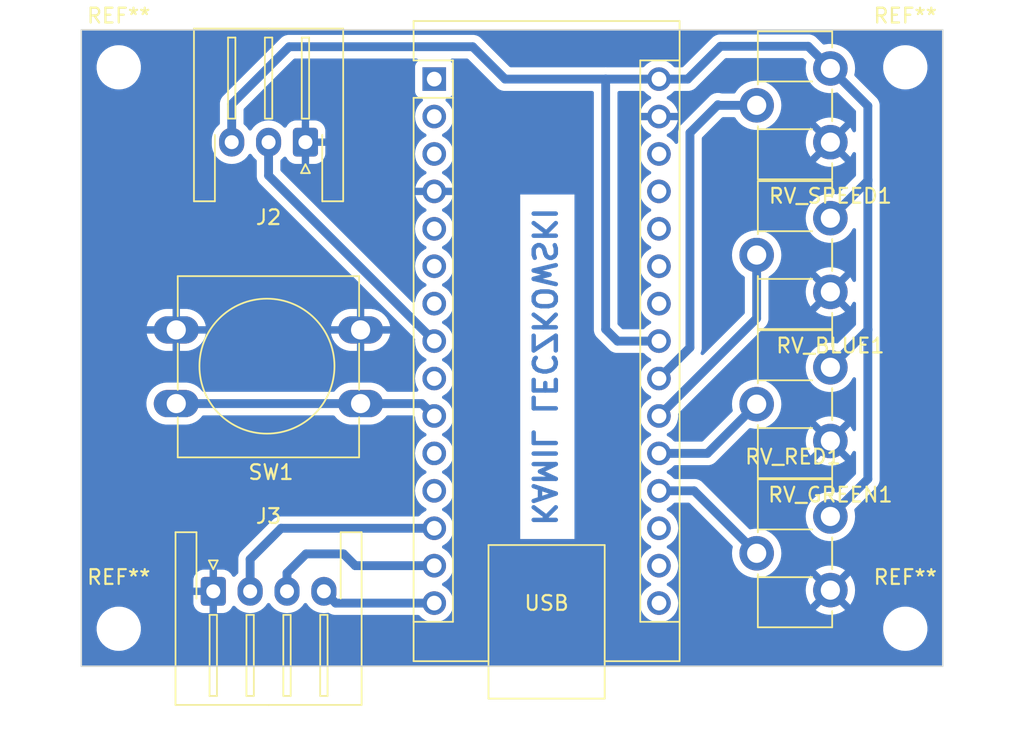
<source format=kicad_pcb>
(kicad_pcb (version 20221018) (generator pcbnew)
  (layers (0 "F.Cu" signal) (31 "B.Cu" signal) (34 "B.Paste" user) (35 "F.Paste" user) (36 "B.SilkS" user "B.Silkscreen") (37 "F.SilkS" user "F.Silkscreen") (38 "B.Mask" user) (39 "F.Mask" user) (44 "Edge.Cuts" user))
  (net 0 "")
  (net 4 "GND")
  (net 18 "5V")
  (net 19 "DIN")
  (net 20 "SW1")
  (net 21 "SW2")
  (net 22 "SW3")
  (net 23 "A0")
  (net 24 "A1")
  (net 25 "A2")
  (net 26 "A3")
  (net 27 "S_EN")
  (footprint "MountingHole:MountingHole_2.5mm" (layer "F.Cu") (at 58.42 50.8)
    (fp_text reference "REF**" (at 0 -3.5) (layer "F.SilkS"))
    (fp_text value "MountingHole_2.5mm")
    (pad "" np_thru_hole circle (at 0 0) (size 2.5 2.5) (drill 2.5) (layers "F&B.Cu" "*.Mask"))
  )
  (footprint "MountingHole:MountingHole_2.5mm" (layer "F.Cu") (at 111.76 88.9)
    (fp_text reference "REF**" (at 0 -3.5) (layer "F.SilkS"))
    (fp_text value "MountingHole_2.5mm")
    (pad "" np_thru_hole circle (at 0 0) (size 2.5 2.5) (drill 2.5) (layers "F&B.Cu" "*.Mask"))
  )
  (footprint "Connector_JST:JST_XH_S4B-XH-A-1_1x04_P2.50mm_Horizontal" (layer "F.Cu") (at 64.83 86.36)
    (fp_text reference "J3" (at 3.75 -5.1) (layer "F.SilkS"))
    (fp_text value "CONTROLLER")
    (fp_line (start -2.56 -4.01) (end -1.14 -4.01) (stroke (width 0.12)) (layer "F.SilkS"))
    (fp_line (start -2.56 7.71) (end -2.56 -4.01) (stroke (width 0.12)) (layer "F.SilkS"))
    (fp_line (start -1.14 -4.01) (end -1.14 0.49) (stroke (width 0.12)) (layer "F.SilkS"))
    (fp_line (start -0.3 -2.1) (end 0.3 -2.1) (stroke (width 0.12)) (layer "F.SilkS"))
    (fp_line (start -0.25 1.6) (end -0.25 7.1) (stroke (width 0.12)) (layer "F.SilkS"))
    (fp_line (start -0.25 7.1) (end 0.25 7.1) (stroke (width 0.12)) (layer "F.SilkS"))
    (fp_line (start 0 -1.5) (end -0.3 -2.1) (stroke (width 0.12)) (layer "F.SilkS"))
    (fp_line (start 0.25 1.6) (end -0.25 1.6) (stroke (width 0.12)) (layer "F.SilkS"))
    (fp_line (start 0.25 7.1) (end 0.25 1.6) (stroke (width 0.12)) (layer "F.SilkS"))
    (fp_line (start 0.3 -2.1) (end 0 -1.5) (stroke (width 0.12)) (layer "F.SilkS"))
    (fp_line (start 2.25 1.6) (end 2.25 7.1) (stroke (width 0.12)) (layer "F.SilkS"))
    (fp_line (start 2.25 7.1) (end 2.75 7.1) (stroke (width 0.12)) (layer "F.SilkS"))
    (fp_line (start 2.75 1.6) (end 2.25 1.6) (stroke (width 0.12)) (layer "F.SilkS"))
    (fp_line (start 2.75 7.1) (end 2.75 1.6) (stroke (width 0.12)) (layer "F.SilkS"))
    (fp_line (start 3.75 7.71) (end -2.56 7.71) (stroke (width 0.12)) (layer "F.SilkS"))
    (fp_line (start 3.75 7.71) (end 10.06 7.71) (stroke (width 0.12)) (layer "F.SilkS"))
    (fp_line (start 4.75 1.6) (end 4.75 7.1) (stroke (width 0.12)) (layer "F.SilkS"))
    (fp_line (start 4.75 7.1) (end 5.25 7.1) (stroke (width 0.12)) (layer "F.SilkS"))
    (fp_line (start 5.25 1.6) (end 4.75 1.6) (stroke (width 0.12)) (layer "F.SilkS"))
    (fp_line (start 5.25 7.1) (end 5.25 1.6) (stroke (width 0.12)) (layer "F.SilkS"))
    (fp_line (start 7.25 1.6) (end 7.25 7.1) (stroke (width 0.12)) (layer "F.SilkS"))
    (fp_line (start 7.25 7.1) (end 7.75 7.1) (stroke (width 0.12)) (layer "F.SilkS"))
    (fp_line (start 7.75 1.6) (end 7.25 1.6) (stroke (width 0.12)) (layer "F.SilkS"))
    (fp_line (start 7.75 7.1) (end 7.75 1.6) (stroke (width 0.12)) (layer "F.SilkS"))
    (fp_line (start 8.64 -4.01) (end 8.64 0.49) (stroke (width 0.12)) (layer "F.SilkS"))
    (fp_line (start 10.06 -4.01) (end 8.64 -4.01) (stroke (width 0.12)) (layer "F.SilkS"))
    (fp_line (start 10.06 7.71) (end 10.06 -4.01) (stroke (width 0.12)) (layer "F.SilkS"))
    (pad "1" thru_hole roundrect (at 0 0) (size 1.7 1.95) (drill 0.95) (layers "*.Cu" "*.Mask") (roundrect_rratio 0.147059) (net 4 "GND"))
    (pad "2" thru_hole oval (at 2.5 0) (size 1.7 1.95) (drill 0.95) (layers "*.Cu" "*.Mask") (net 20 "SW1"))
    (pad "3" thru_hole oval (at 5 0) (size 1.7 1.95) (drill 0.95) (layers "*.Cu" "*.Mask") (net 21 "SW2"))
    (pad "4" thru_hole oval (at 7.5 0) (size 1.7 1.95) (drill 0.95) (layers "*.Cu" "*.Mask") (net 22 "SW3"))
  )
  (footprint "Module:Arduino_Nano" (layer "F.Cu") (at 79.815 51.6)
    (fp_text reference "A1" hide)
    (fp_text value "Arduino_Nano_v2.x")
    (fp_text user "USB" (at 7.62 35.56 unlocked) (layer "F.SilkS"))
    (fp_line (start -1.4 -3.94) (end -1.4 -1.27) (stroke (width 0.12)) (layer "F.SilkS"))
    (fp_line (start -1.4 1.27) (end -1.4 39.5) (stroke (width 0.12)) (layer "F.SilkS"))
    (fp_line (start -1.4 39.5) (end 3.68 39.5) (stroke (width 0.12)) (layer "F.SilkS"))
    (fp_line (start 1.27 -1.27) (end -1.4 -1.27) (stroke (width 0.12)) (layer "F.SilkS"))
    (fp_line (start 1.27 1.27) (end -1.4 1.27) (stroke (width 0.12)) (layer "F.SilkS"))
    (fp_line (start 1.27 1.27) (end 1.27 -1.27) (stroke (width 0.12)) (layer "F.SilkS"))
    (fp_line (start 1.27 1.27) (end 1.27 36.83) (stroke (width 0.12)) (layer "F.SilkS"))
    (fp_line (start 1.27 36.83) (end -1.4 36.83) (stroke (width 0.12)) (layer "F.SilkS"))
    (fp_line (start 3.68 31.62) (end 11.56 31.62) (stroke (width 0.12)) (layer "F.SilkS"))
    (fp_line (start 3.68 42.04) (end 3.68 31.62) (stroke (width 0.12)) (layer "F.SilkS"))
    (fp_line (start 11.56 31.62) (end 11.56 42.04) (stroke (width 0.12)) (layer "F.SilkS"))
    (fp_line (start 11.56 42.04) (end 3.68 42.04) (stroke (width 0.12)) (layer "F.SilkS"))
    (fp_line (start 13.97 -1.27) (end 13.97 36.83) (stroke (width 0.12)) (layer "F.SilkS"))
    (fp_line (start 13.97 -1.27) (end 16.64 -1.27) (stroke (width 0.12)) (layer "F.SilkS"))
    (fp_line (start 13.97 36.83) (end 16.64 36.83) (stroke (width 0.12)) (layer "F.SilkS"))
    (fp_line (start 16.64 -3.94) (end -1.4 -3.94) (stroke (width 0.12)) (layer "F.SilkS"))
    (fp_line (start 16.64 39.5) (end 11.56 39.5) (stroke (width 0.12)) (layer "F.SilkS"))
    (fp_line (start 16.64 39.5) (end 16.64 -3.94) (stroke (width 0.12)) (layer "F.SilkS"))
    (pad "1" thru_hole rect (at 0 0) (size 1.6 1.6) (drill 1) (layers "*.Cu" "*.Mask"))
    (pad "2" thru_hole oval (at 0 2.54) (size 1.6 1.6) (drill 1) (layers "*.Cu" "*.Mask"))
    (pad "3" thru_hole oval (at 0 5.08) (size 1.6 1.6) (drill 1) (layers "*.Cu" "*.Mask"))
    (pad "4" thru_hole oval (at 0 7.62) (size 1.6 1.6) (drill 1) (layers "*.Cu" "*.Mask") (net 4 "GND"))
    (pad "5" thru_hole oval (at 0 10.16) (size 1.6 1.6) (drill 1) (layers "*.Cu" "*.Mask"))
    (pad "6" thru_hole oval (at 0 12.7) (size 1.6 1.6) (drill 1) (layers "*.Cu" "*.Mask"))
    (pad "7" thru_hole oval (at 0 15.24) (size 1.6 1.6) (drill 1) (layers "*.Cu" "*.Mask"))
    (pad "8" thru_hole oval (at 0 17.78) (size 1.6 1.6) (drill 1) (layers "*.Cu" "*.Mask") (net 19 "DIN"))
    (pad "9" thru_hole oval (at 0 20.32) (size 1.6 1.6) (drill 1) (layers "*.Cu" "*.Mask"))
    (pad "10" thru_hole oval (at 0 22.86) (size 1.6 1.6) (drill 1) (layers "*.Cu" "*.Mask") (net 27 "S_EN"))
    (pad "11" thru_hole oval (at 0 25.4) (size 1.6 1.6) (drill 1) (layers "*.Cu" "*.Mask"))
    (pad "12" thru_hole oval (at 0 27.94) (size 1.6 1.6) (drill 1) (layers "*.Cu" "*.Mask"))
    (pad "13" thru_hole oval (at 0 30.48) (size 1.6 1.6) (drill 1) (layers "*.Cu" "*.Mask") (net 20 "SW1"))
    (pad "14" thru_hole oval (at 0 33.02) (size 1.6 1.6) (drill 1) (layers "*.Cu" "*.Mask") (net 21 "SW2"))
    (pad "15" thru_hole oval (at 0 35.56) (size 1.6 1.6) (drill 1) (layers "*.Cu" "*.Mask") (net 22 "SW3"))
    (pad "16" thru_hole oval (at 15.24 35.56) (size 1.6 1.6) (drill 1) (layers "*.Cu" "*.Mask"))
    (pad "17" thru_hole oval (at 15.24 33.02) (size 1.6 1.6) (drill 1) (layers "*.Cu" "*.Mask"))
    (pad "18" thru_hole oval (at 15.24 30.48) (size 1.6 1.6) (drill 1) (layers "*.Cu" "*.Mask"))
    (pad "19" thru_hole oval (at 15.24 27.94) (size 1.6 1.6) (drill 1) (layers "*.Cu" "*.Mask") (net 23 "A0"))
    (pad "20" thru_hole oval (at 15.24 25.4) (size 1.6 1.6) (drill 1) (layers "*.Cu" "*.Mask") (net 24 "A1"))
    (pad "21" thru_hole oval (at 15.24 22.86) (size 1.6 1.6) (drill 1) (layers "*.Cu" "*.Mask") (net 25 "A2"))
    (pad "22" thru_hole oval (at 15.24 20.32) (size 1.6 1.6) (drill 1) (layers "*.Cu" "*.Mask") (net 26 "A3"))
    (pad "23" thru_hole oval (at 15.24 17.78) (size 1.6 1.6) (drill 1) (layers "*.Cu" "*.Mask") (net 18 "5V"))
    (pad "24" thru_hole oval (at 15.24 15.24) (size 1.6 1.6) (drill 1) (layers "*.Cu" "*.Mask"))
    (pad "25" thru_hole oval (at 15.24 12.7) (size 1.6 1.6) (drill 1) (layers "*.Cu" "*.Mask"))
    (pad "26" thru_hole oval (at 15.24 10.16) (size 1.6 1.6) (drill 1) (layers "*.Cu" "*.Mask"))
    (pad "27" thru_hole oval (at 15.24 7.62) (size 1.6 1.6) (drill 1) (layers "*.Cu" "*.Mask"))
    (pad "28" thru_hole oval (at 15.24 5.08) (size 1.6 1.6) (drill 1) (layers "*.Cu" "*.Mask"))
    (pad "29" thru_hole oval (at 15.24 2.54) (size 1.6 1.6) (drill 1) (layers "*.Cu" "*.Mask") (net 4 "GND"))
    (pad "30" thru_hole oval (at 15.24 0) (size 1.6 1.6) (drill 1) (layers "*.Cu" "*.Mask") (net 18 "5V"))
  )
  (footprint "Connector_JST:JST_XH_S3B-XH-A-1_1x03_P2.50mm_Horizontal" (layer "F.Cu") (at 71.08 55.88 180)
    (fp_text reference "J2" (at 2.5 -5.1) (layer "F.SilkS"))
    (fp_text value "SIGNAL_OUT")
    (fp_line (start -2.56 -4.01) (end -1.14 -4.01) (stroke (width 0.12)) (layer "F.SilkS"))
    (fp_line (start -2.56 7.71) (end -2.56 -4.01) (stroke (width 0.12)) (layer "F.SilkS"))
    (fp_line (start -1.14 -4.01) (end -1.14 0.49) (stroke (width 0.12)) (layer "F.SilkS"))
    (fp_line (start -0.3 -2.1) (end 0.3 -2.1) (stroke (width 0.12)) (layer "F.SilkS"))
    (fp_line (start -0.25 1.6) (end -0.25 7.1) (stroke (width 0.12)) (layer "F.SilkS"))
    (fp_line (start -0.25 7.1) (end 0.25 7.1) (stroke (width 0.12)) (layer "F.SilkS"))
    (fp_line (start 0 -1.5) (end -0.3 -2.1) (stroke (width 0.12)) (layer "F.SilkS"))
    (fp_line (start 0.25 1.6) (end -0.25 1.6) (stroke (width 0.12)) (layer "F.SilkS"))
    (fp_line (start 0.25 7.1) (end 0.25 1.6) (stroke (width 0.12)) (layer "F.SilkS"))
    (fp_line (start 0.3 -2.1) (end 0 -1.5) (stroke (width 0.12)) (layer "F.SilkS"))
    (fp_line (start 2.25 1.6) (end 2.25 7.1) (stroke (width 0.12)) (layer "F.SilkS"))
    (fp_line (start 2.25 7.1) (end 2.75 7.1) (stroke (width 0.12)) (layer "F.SilkS"))
    (fp_line (start 2.5 7.71) (end -2.56 7.71) (stroke (width 0.12)) (layer "F.SilkS"))
    (fp_line (start 2.5 7.71) (end 7.56 7.71) (stroke (width 0.12)) (layer "F.SilkS"))
    (fp_line (start 2.75 1.6) (end 2.25 1.6) (stroke (width 0.12)) (layer "F.SilkS"))
    (fp_line (start 2.75 7.1) (end 2.75 1.6) (stroke (width 0.12)) (layer "F.SilkS"))
    (fp_line (start 4.75 1.6) (end 4.75 7.1) (stroke (width 0.12)) (layer "F.SilkS"))
    (fp_line (start 4.75 7.1) (end 5.25 7.1) (stroke (width 0.12)) (layer "F.SilkS"))
    (fp_line (start 5.25 1.6) (end 4.75 1.6) (stroke (width 0.12)) (layer "F.SilkS"))
    (fp_line (start 5.25 7.1) (end 5.25 1.6) (stroke (width 0.12)) (layer "F.SilkS"))
    (fp_line (start 6.14 -4.01) (end 6.14 0.49) (stroke (width 0.12)) (layer "F.SilkS"))
    (fp_line (start 7.56 -4.01) (end 6.14 -4.01) (stroke (width 0.12)) (layer "F.SilkS"))
    (fp_line (start 7.56 7.71) (end 7.56 -4.01) (stroke (width 0.12)) (layer "F.SilkS"))
    (pad "1" thru_hole roundrect (at 0 0 180) (size 1.7 1.95) (drill 0.95) (layers "*.Cu" "*.Mask") (roundrect_rratio 0.147059) (net 4 "GND"))
    (pad "2" thru_hole oval (at 2.5 0 180) (size 1.7 1.95) (drill 0.95) (layers "*.Cu" "*.Mask") (net 19 "DIN"))
    (pad "3" thru_hole oval (at 5 0 180) (size 1.7 1.95) (drill 0.95) (layers "*.Cu" "*.Mask") (net 18 "5V"))
  )
  (footprint "Potentiometer_THT:Potentiometer_ACP_CA9-H5_Horizontal" (layer "F.Cu") (at 106.68 76.16 180)
    (fp_text reference "RV_GREEN1" (at 0 -3.65) (layer "F.SilkS"))
    (fp_text value "10K")
    (fp_line (start -0.121 -2.521) (end -0.121 -1.426) (stroke (width 0.12)) (layer "F.SilkS"))
    (fp_line (start -0.121 -2.521) (end 4.92 -2.521) (stroke (width 0.12)) (layer "F.SilkS"))
    (fp_line (start -0.121 1.426) (end -0.121 3.575) (stroke (width 0.12)) (layer "F.SilkS"))
    (fp_line (start -0.121 1.426) (end -0.121 3.575) (stroke (width 0.12)) (layer "F.SilkS"))
    (fp_line (start -0.121 6.425) (end -0.121 7.52) (stroke (width 0.12)) (layer "F.SilkS"))
    (fp_line (start -0.121 7.52) (end 4.92 7.52) (stroke (width 0.12)) (layer "F.SilkS"))
    (fp_line (start 1.237 0.88) (end 4.92 0.88) (stroke (width 0.12)) (layer "F.SilkS"))
    (fp_line (start 1.237 4.12) (end 4.92 4.12) (stroke (width 0.12)) (layer "F.SilkS"))
    (fp_line (start 4.92 -2.521) (end 4.92 1.075) (stroke (width 0.12)) (layer "F.SilkS"))
    (fp_line (start 4.92 0.88) (end 4.92 1.075) (stroke (width 0.12)) (layer "F.SilkS"))
    (fp_line (start 4.92 3.925) (end 4.92 4.12) (stroke (width 0.12)) (layer "F.SilkS"))
    (fp_line (start 4.92 3.925) (end 4.92 7.52) (stroke (width 0.12)) (layer "F.SilkS"))
    (pad "1" thru_hole circle (at 0 0 180) (size 2.34 2.34) (drill 1.3) (layers "*.Cu" "*.Mask") (net 4 "GND"))
    (pad "2" thru_hole circle (at 5 2.5 180) (size 2.34 2.34) (drill 1.3) (layers "*.Cu" "*.Mask") (net 24 "A1"))
    (pad "3" thru_hole circle (at 0 5 180) (size 2.34 2.34) (drill 1.3) (layers "*.Cu" "*.Mask") (net 18 "5V"))
  )
  (footprint "MountingHole:MountingHole_2.5mm" (layer "F.Cu") (at 111.76 50.8)
    (fp_text reference "REF**" (at 0 -3.5) (layer "F.SilkS"))
    (fp_text value "MountingHole_2.5mm")
    (pad "" np_thru_hole circle (at 0 0) (size 2.5 2.5) (drill 2.5) (layers "F&B.Cu" "*.Mask"))
  )
  (footprint "Potentiometer_THT:Potentiometer_ACP_CA9-H5_Horizontal" (layer "F.Cu") (at 106.68 86.28 180)
    (fp_text reference "RV_RED1" (at 2.54 9.05) (layer "F.SilkS"))
    (fp_text value "10K")
    (fp_line (start -0.121 -2.521) (end -0.121 -1.426) (stroke (width 0.12)) (layer "F.SilkS"))
    (fp_line (start -0.121 -2.521) (end 4.92 -2.521) (stroke (width 0.12)) (layer "F.SilkS"))
    (fp_line (start -0.121 1.426) (end -0.121 3.575) (stroke (width 0.12)) (layer "F.SilkS"))
    (fp_line (start -0.121 1.426) (end -0.121 3.575) (stroke (width 0.12)) (layer "F.SilkS"))
    (fp_line (start -0.121 6.425) (end -0.121 7.52) (stroke (width 0.12)) (layer "F.SilkS"))
    (fp_line (start -0.121 7.52) (end 4.92 7.52) (stroke (width 0.12)) (layer "F.SilkS"))
    (fp_line (start 1.237 0.88) (end 4.92 0.88) (stroke (width 0.12)) (layer "F.SilkS"))
    (fp_line (start 1.237 4.12) (end 4.92 4.12) (stroke (width 0.12)) (layer "F.SilkS"))
    (fp_line (start 4.92 -2.521) (end 4.92 1.075) (stroke (width 0.12)) (layer "F.SilkS"))
    (fp_line (start 4.92 0.88) (end 4.92 1.075) (stroke (width 0.12)) (layer "F.SilkS"))
    (fp_line (start 4.92 3.925) (end 4.92 4.12) (stroke (width 0.12)) (layer "F.SilkS"))
    (fp_line (start 4.92 3.925) (end 4.92 7.52) (stroke (width 0.12)) (layer "F.SilkS"))
    (pad "1" thru_hole circle (at 0 0 180) (size 2.34 2.34) (drill 1.3) (layers "*.Cu" "*.Mask") (net 4 "GND"))
    (pad "2" thru_hole circle (at 5 2.5 180) (size 2.34 2.34) (drill 1.3) (layers "*.Cu" "*.Mask") (net 23 "A0"))
    (pad "3" thru_hole circle (at 0 5 180) (size 2.34 2.34) (drill 1.3) (layers "*.Cu" "*.Mask") (net 18 "5V"))
  )
  (footprint "Button_Switch_THT:SW_PUSH-12mm" (layer "F.Cu") (at 74.82 73.62 180)
    (fp_text reference "SW1" (at 6.08 -4.66 180) (layer "F.SilkS"))
    (fp_text value "ENABLE")
    (fp_line (start 0.1 -3.65) (end 12.4 -3.65) (stroke (width 0.12)) (layer "F.SilkS"))
    (fp_line (start 0.1 -0.93) (end 0.1 -3.65) (stroke (width 0.12)) (layer "F.SilkS"))
    (fp_line (start 0.1 4.07) (end 0.1 0.93) (stroke (width 0.12)) (layer "F.SilkS"))
    (fp_line (start 0.1 8.65) (end 0.1 5.93) (stroke (width 0.12)) (layer "F.SilkS"))
    (fp_line (start 12.4 -3.65) (end 12.4 -0.93) (stroke (width 0.12)) (layer "F.SilkS"))
    (fp_line (start 12.4 0.93) (end 12.4 4.07) (stroke (width 0.12)) (layer "F.SilkS"))
    (fp_line (start 12.4 5.93) (end 12.4 8.65) (stroke (width 0.12)) (layer "F.SilkS"))
    (fp_line (start 12.4 8.65) (end 0.1 8.65) (stroke (width 0.12)) (layer "F.SilkS"))
    (fp_circle (center 6.35 2.54) (end 10.16 5.08) (stroke (width 0.12)) (fill none) (layer "F.SilkS"))
    (pad "1" thru_hole oval (at 0 0 180) (size 3.048 1.85) (drill 1.3) (layers "*.Cu" "*.Mask") (net 27 "S_EN"))
    (pad "1" thru_hole oval (at 12.5 0 180) (size 3.048 1.85) (drill 1.3) (layers "*.Cu" "*.Mask") (net 27 "S_EN"))
    (pad "2" thru_hole oval (at 0 5 180) (size 3.048 1.85) (drill 1.3) (layers "*.Cu" "*.Mask") (net 4 "GND"))
    (pad "2" thru_hole oval (at 12.5 5 180) (size 3.048 1.85) (drill 1.3) (layers "*.Cu" "*.Mask") (net 4 "GND"))
  )
  (footprint "Potentiometer_THT:Potentiometer_ACP_CA9-H5_Horizontal" (layer "F.Cu") (at 106.68 55.88 180)
    (fp_text reference "RV_SPEED1" (at 0 -3.65) (layer "F.SilkS"))
    (fp_text value "10K")
    (fp_line (start -0.121 -2.521) (end -0.121 -1.426) (stroke (width 0.12)) (layer "F.SilkS"))
    (fp_line (start -0.121 -2.521) (end 4.92 -2.521) (stroke (width 0.12)) (layer "F.SilkS"))
    (fp_line (start -0.121 1.426) (end -0.121 3.575) (stroke (width 0.12)) (layer "F.SilkS"))
    (fp_line (start -0.121 1.426) (end -0.121 3.575) (stroke (width 0.12)) (layer "F.SilkS"))
    (fp_line (start -0.121 6.425) (end -0.121 7.52) (stroke (width 0.12)) (layer "F.SilkS"))
    (fp_line (start -0.121 7.52) (end 4.92 7.52) (stroke (width 0.12)) (layer "F.SilkS"))
    (fp_line (start 1.237 0.88) (end 4.92 0.88) (stroke (width 0.12)) (layer "F.SilkS"))
    (fp_line (start 1.237 4.12) (end 4.92 4.12) (stroke (width 0.12)) (layer "F.SilkS"))
    (fp_line (start 4.92 -2.521) (end 4.92 1.075) (stroke (width 0.12)) (layer "F.SilkS"))
    (fp_line (start 4.92 0.88) (end 4.92 1.075) (stroke (width 0.12)) (layer "F.SilkS"))
    (fp_line (start 4.92 3.925) (end 4.92 4.12) (stroke (width 0.12)) (layer "F.SilkS"))
    (fp_line (start 4.92 3.925) (end 4.92 7.52) (stroke (width 0.12)) (layer "F.SilkS"))
    (pad "1" thru_hole circle (at 0 0 180) (size 2.34 2.34) (drill 1.3) (layers "*.Cu" "*.Mask") (net 4 "GND"))
    (pad "2" thru_hole circle (at 5 2.5 180) (size 2.34 2.34) (drill 1.3) (layers "*.Cu" "*.Mask") (net 26 "A3"))
    (pad "3" thru_hole circle (at 0 5 180) (size 2.34 2.34) (drill 1.3) (layers "*.Cu" "*.Mask") (net 18 "5V"))
  )
  (footprint "MountingHole:MountingHole_2.5mm" (layer "F.Cu") (at 58.42 88.9)
    (fp_text reference "REF**" (at 0 -3.5) (layer "F.SilkS"))
    (fp_text value "MountingHole_2.5mm")
    (pad "" np_thru_hole circle (at 0 0) (size 2.5 2.5) (drill 2.5) (layers "F&B.Cu" "*.Mask"))
  )
  (footprint "Potentiometer_THT:Potentiometer_ACP_CA9-H5_Horizontal" (layer "F.Cu") (at 106.68 66.04 180)
    (fp_text reference "RV_BLUE1" (at 0 -3.65) (layer "F.SilkS"))
    (fp_text value "10K")
    (fp_line (start -0.121 -2.521) (end -0.121 -1.426) (stroke (width 0.12)) (layer "F.SilkS"))
    (fp_line (start -0.121 -2.521) (end 4.92 -2.521) (stroke (width 0.12)) (layer "F.SilkS"))
    (fp_line (start -0.121 1.426) (end -0.121 3.575) (stroke (width 0.12)) (layer "F.SilkS"))
    (fp_line (start -0.121 1.426) (end -0.121 3.575) (stroke (width 0.12)) (layer "F.SilkS"))
    (fp_line (start -0.121 6.425) (end -0.121 7.52) (stroke (width 0.12)) (layer "F.SilkS"))
    (fp_line (start -0.121 7.52) (end 4.92 7.52) (stroke (width 0.12)) (layer "F.SilkS"))
    (fp_line (start 1.237 0.88) (end 4.92 0.88) (stroke (width 0.12)) (layer "F.SilkS"))
    (fp_line (start 1.237 4.12) (end 4.92 4.12) (stroke (width 0.12)) (layer "F.SilkS"))
    (fp_line (start 4.92 -2.521) (end 4.92 1.075) (stroke (width 0.12)) (layer "F.SilkS"))
    (fp_line (start 4.92 0.88) (end 4.92 1.075) (stroke (width 0.12)) (layer "F.SilkS"))
    (fp_line (start 4.92 3.925) (end 4.92 4.12) (stroke (width 0.12)) (layer "F.SilkS"))
    (fp_line (start 4.92 3.925) (end 4.92 7.52) (stroke (width 0.12)) (layer "F.SilkS"))
    (pad "1" thru_hole circle (at 0 0 180) (size 2.34 2.34) (drill 1.3) (layers "*.Cu" "*.Mask") (net 4 "GND"))
    (pad "2" thru_hole circle (at 5 2.5 180) (size 2.34 2.34) (drill 1.3) (layers "*.Cu" "*.Mask") (net 25 "A2"))
    (pad "3" thru_hole circle (at 0 5 180) (size 2.34 2.34) (drill 1.3) (layers "*.Cu" "*.Mask") (net 18 "5V"))
  )
  (gr_rect (start 55.88 48.26) (end 114.3 91.44) (stroke (width 0.1)) (fill none) (layer "Edge.Cuts"))
  (gr_text "KAMIL LECZKOWSKI" (at 86.36 71.12 -90) (layer "B.Cu") (effects (font (size 1.5 1.5) (thickness 0.3) bold) (justify bottom mirror)))
  (segment (start 105.173175 49.373175) (end 99.228235 49.373175) (width 0.6) (layer "B.Cu") (net 18))
  (segment (start 109.22 78.74) (end 106.68 81.28) (width 0.6) (layer "B.Cu") (net 18))
  (segment (start 95.055 51.6) (end 91.44 51.6) (width 0.6) (layer "B.Cu") (net 18))
  (segment (start 69.977726 49.402274) (end 66.08 53.3) (width 0.6) (layer "B.Cu") (net 18))
  (segment (start 109.22 58.5) (end 109.22 58.42) (width 0.6) (layer "B.Cu") (net 18))
  (segment (start 91.44 51.6) (end 84.62 51.6) (width 0.6) (layer "B.Cu") (net 18))
  (segment (start 109.22 68.58) (end 109.22 68.62) (width 0.6) (layer "B.Cu") (net 18))
  (segment (start 91.44 51.6) (end 91.44 68.58) (width 0.6) (layer "B.Cu") (net 18))
  (segment (start 66.08 53.3) (end 66.08 55.88) (width 0.6) (layer "B.Cu") (net 18))
  (segment (start 92.24 69.38) (end 95.055 69.38) (width 0.6) (layer "B.Cu") (net 18))
  (segment (start 106.68 50.88) (end 105.173175 49.373175) (width 0.6) (layer "B.Cu") (net 18))
  (segment (start 97.00141 51.6) (end 99.228235 49.373175) (width 0.6) (layer "B.Cu") (net 18))
  (segment (start 91.44 68.58) (end 92.24 69.38) (width 0.6) (layer "B.Cu") (net 18))
  (segment (start 109.22 53.42) (end 106.68 50.88) (width 0.6) (layer "B.Cu") (net 18))
  (segment (start 84.62 51.6) (end 82.422274 49.402274) (width 0.6) (layer "B.Cu") (net 18))
  (segment (start 109.22 68.62) (end 106.68 71.16) (width 0.6) (layer "B.Cu") (net 18))
  (segment (start 106.68 61.04) (end 109.22 58.5) (width 0.6) (layer "B.Cu") (net 18))
  (segment (start 109.22 68.58) (end 109.22 78.74) (width 0.6) (layer "B.Cu") (net 18))
  (segment (start 109.22 58.42) (end 109.22 53.42) (width 0.6) (layer "B.Cu") (net 18))
  (segment (start 95.055 51.6) (end 97.00141 51.6) (width 0.6) (layer "B.Cu") (net 18))
  (segment (start 109.22 58.42) (end 109.22 68.58) (width 0.6) (layer "B.Cu") (net 18))
  (segment (start 82.422274 49.402274) (end 69.977726 49.402274) (width 0.6) (layer "B.Cu") (net 18))
  (segment (start 68.58 58.145) (end 68.58 55.88) (width 0.6) (layer "B.Cu") (net 19))
  (segment (start 79.815 69.38) (end 68.58 58.145) (width 0.6) (layer "B.Cu") (net 19))
  (segment (start 79.815 82.08) (end 69.430778 82.08) (width 0.6) (layer "B.Cu") (net 20))
  (segment (start 67.33 84.180779) (end 67.33 86.36) (width 0.6) (layer "B.Cu") (net 20))
  (segment (start 69.430778 82.08) (end 67.33 84.180779) (width 0.6) (layer "B.Cu") (net 20))
  (segment (start 73.66 83.82) (end 74.46 84.62) (width 0.6) (layer "B.Cu") (net 21))
  (segment (start 69.83 85.11) (end 71.12 83.82) (width 0.6) (layer "B.Cu") (net 21))
  (segment (start 69.83 86.36) (end 69.83 85.11) (width 0.6) (layer "B.Cu") (net 21))
  (segment (start 74.46 84.62) (end 79.815 84.62) (width 0.6) (layer "B.Cu") (net 21))
  (segment (start 71.12 83.82) (end 73.66 83.82) (width 0.6) (layer "B.Cu") (net 21))
  (segment (start 79.815 87.16) (end 73.13 87.16) (width 0.6) (layer "B.Cu") (net 22))
  (segment (start 73.13 87.16) (end 72.33 86.36) (width 0.6) (layer "B.Cu") (net 22))
  (segment (start 97.44 79.54) (end 101.68 83.78) (width 0.6) (layer "B.Cu") (net 23))
  (segment (start 95.055 79.54) (end 97.44 79.54) (width 0.6) (layer "B.Cu") (net 23))
  (segment (start 95.055 77) (end 98.34 77) (width 0.6) (layer "B.Cu") (net 24))
  (segment (start 98.34 77) (end 101.68 73.66) (width 0.6) (layer "B.Cu") (net 24))
  (segment (start 101.68 67.835) (end 95.055 74.46) (width 0.6) (layer "B.Cu") (net 25))
  (segment (start 101.68 63.54) (end 101.68 67.835) (width 0.6) (layer "B.Cu") (net 25))
  (segment (start 99.1 53.38) (end 101.68 53.38) (width 0.6) (layer "B.Cu") (net 26))
  (segment (start 97.156209 69.818791) (end 97.156209 55.243791) (width 0.6) (layer "B.Cu") (net 26))
  (segment (start 95.055 71.92) (end 97.156209 69.818791) (width 0.6) (layer "B.Cu") (net 26))
  (segment (start 97.156209 55.243791) (end 99.06 53.34) (width 0.6) (layer "B.Cu") (net 26))
  (segment (start 99.06 53.34) (end 99.1 53.38) (width 0.6) (layer "B.Cu") (net 26))
  (segment (start 78.975 73.62) (end 79.815 74.46) (width 0.6) (layer "B.Cu") (net 27))
  (segment (start 74.82 73.62) (end 78.975 73.62) (width 0.6) (layer "B.Cu") (net 27))
  (segment (start 62.32 73.62) (end 74.82 73.62) (width 0.6) (layer "B.Cu") (net 27))
  (zone (net 4) (net_name "GND") (layer "B.Cu") (connect_pads (clearance 0.5)) (min_thickness 0.25) (fill yes (thermal_gap 0.5) (thermal_bridge_width 0.5))
    (polygon (pts (xy 114.3 48.26) (xy 114.3 91.44) (xy 55.88 91.44) (xy 55.88 48.26)))
  )
)
</source>
